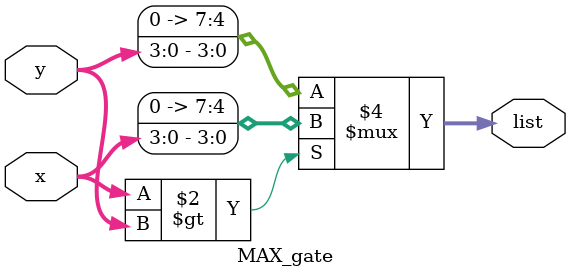
<source format=v>
module Comparison(x,y,mode,OF,Out);

	input [3:0]x, y;
	input [1:0]mode;
	input OF;
	
	output [8:0]Out;
	
	wire [8:0]ew;
	wire [8:0]gw;
	wire [8:0]lw;
	wire [8:0]mw;
	
	assign ew[8] = OF;
	assign gw[8] = OF;
	assign lw[8] = OF;
	assign mw[8] = OF;
	
	EQUAL_gate E1 (.x(x[3:0]),.y(y[3:0]),.list(ew));
	GREATER_gate G1(.x(x[3:0]),.y(y[3:0]),.list(gw));
	LESSTHAN_gate L1(.x(x[3:0]),.y(y[3:0]),.list(lw));
	MAX_gate M1(.x(x[3:0]),.y(y[3:0]),.list(mw));
	
	Multiplexer M2(.f1(ew),.f2(gw),.f3(lw),.f4(mw),.select(mode),.out(Out));
	
endmodule

module EQUAL_gate(x,y,list);

input [3:0]x;
input [3:0]y;

output reg [7:0]list;

always @* begin

if (x==y)

	list[7:0] = 8'b00000001;
else 
	list[7:0] = 8'b00000000;

end

endmodule

module GREATER_gate(x,y,list);

input [3:0]x;
input [3:0]y;

output reg [7:0]list;

always @* begin

if (x>y)
	list[7:0] = 8'b00000001;
else 
	list[7:0] = 8'b00000000;
	
end

endmodule

module LESSTHAN_gate(x,y,list);

input [3:0]x;
input [3:0]y;

output reg [7:0]list;

always @* begin

if (x<y) 
	list[7:0] = 8'b00000001;
else 
	list[7:0] = 8'b00000000;
	
end
	
endmodule 

module MAX_gate(x,y,list);

input [3:0]x;
input [3:0]y;

output reg [7:0]list;

always @* begin

if (x>y)
	list[7:0] = { 4'b0000 ,x[3:0]};
else 
	list[7:0] = { 4'b0000, y[3:0]};
	
end

endmodule
</source>
